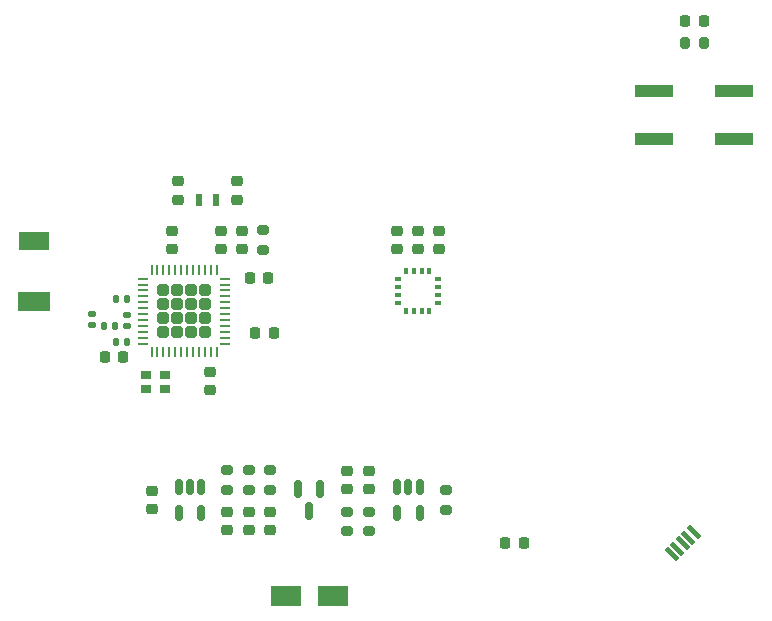
<source format=gbr>
%TF.GenerationSoftware,KiCad,Pcbnew,(6.0.4)*%
%TF.CreationDate,2022-03-21T16:24:48+00:00*%
%TF.ProjectId,Ball_Remote_Components,42616c6c-5f52-4656-9d6f-74655f436f6d,rev?*%
%TF.SameCoordinates,Original*%
%TF.FileFunction,Paste,Top*%
%TF.FilePolarity,Positive*%
%FSLAX46Y46*%
G04 Gerber Fmt 4.6, Leading zero omitted, Abs format (unit mm)*
G04 Created by KiCad (PCBNEW (6.0.4)) date 2022-03-21 16:24:48*
%MOMM*%
%LPD*%
G01*
G04 APERTURE LIST*
G04 Aperture macros list*
%AMRoundRect*
0 Rectangle with rounded corners*
0 $1 Rounding radius*
0 $2 $3 $4 $5 $6 $7 $8 $9 X,Y pos of 4 corners*
0 Add a 4 corners polygon primitive as box body*
4,1,4,$2,$3,$4,$5,$6,$7,$8,$9,$2,$3,0*
0 Add four circle primitives for the rounded corners*
1,1,$1+$1,$2,$3*
1,1,$1+$1,$4,$5*
1,1,$1+$1,$6,$7*
1,1,$1+$1,$8,$9*
0 Add four rect primitives between the rounded corners*
20,1,$1+$1,$2,$3,$4,$5,0*
20,1,$1+$1,$4,$5,$6,$7,0*
20,1,$1+$1,$6,$7,$8,$9,0*
20,1,$1+$1,$8,$9,$2,$3,0*%
%AMRotRect*
0 Rectangle, with rotation*
0 The origin of the aperture is its center*
0 $1 length*
0 $2 width*
0 $3 Rotation angle, in degrees counterclockwise*
0 Add horizontal line*
21,1,$1,$2,0,0,$3*%
G04 Aperture macros list end*
%ADD10C,0.010000*%
%ADD11RoundRect,0.200000X-0.275000X0.200000X-0.275000X-0.200000X0.275000X-0.200000X0.275000X0.200000X0*%
%ADD12RoundRect,0.225000X0.225000X0.250000X-0.225000X0.250000X-0.225000X-0.250000X0.225000X-0.250000X0*%
%ADD13RoundRect,0.218750X-0.218750X-0.256250X0.218750X-0.256250X0.218750X0.256250X-0.218750X0.256250X0*%
%ADD14R,0.900000X0.800000*%
%ADD15RoundRect,0.225000X0.250000X-0.225000X0.250000X0.225000X-0.250000X0.225000X-0.250000X-0.225000X0*%
%ADD16RoundRect,0.225000X-0.250000X0.225000X-0.250000X-0.225000X0.250000X-0.225000X0.250000X0.225000X0*%
%ADD17RoundRect,0.200000X0.275000X-0.200000X0.275000X0.200000X-0.275000X0.200000X-0.275000X-0.200000X0*%
%ADD18RoundRect,0.150000X-0.150000X0.512500X-0.150000X-0.512500X0.150000X-0.512500X0.150000X0.512500X0*%
%ADD19RotRect,1.350000X0.400000X135.000000*%
%ADD20RoundRect,0.225000X-0.225000X-0.250000X0.225000X-0.250000X0.225000X0.250000X-0.225000X0.250000X0*%
%ADD21RoundRect,0.140000X0.170000X-0.140000X0.170000X0.140000X-0.170000X0.140000X-0.170000X-0.140000X0*%
%ADD22RoundRect,0.200000X0.200000X0.275000X-0.200000X0.275000X-0.200000X-0.275000X0.200000X-0.275000X0*%
%ADD23RoundRect,0.249323X-0.249323X0.249323X-0.249323X-0.249323X0.249323X-0.249323X0.249323X0.249323X0*%
%ADD24RoundRect,0.062500X-0.062500X0.375000X-0.062500X-0.375000X0.062500X-0.375000X0.062500X0.375000X0*%
%ADD25RoundRect,0.062500X-0.375000X0.062500X-0.375000X-0.062500X0.375000X-0.062500X0.375000X0.062500X0*%
%ADD26R,3.200000X1.000000*%
%ADD27R,2.500000X1.800000*%
%ADD28RoundRect,0.150000X-0.150000X0.587500X-0.150000X-0.587500X0.150000X-0.587500X0.150000X0.587500X0*%
%ADD29RoundRect,0.147500X0.147500X0.172500X-0.147500X0.172500X-0.147500X-0.172500X0.147500X-0.172500X0*%
%ADD30RoundRect,0.140000X0.140000X0.170000X-0.140000X0.170000X-0.140000X-0.170000X0.140000X-0.170000X0*%
%ADD31RoundRect,0.100000X-0.175000X-0.100000X0.175000X-0.100000X0.175000X0.100000X-0.175000X0.100000X0*%
%ADD32RoundRect,0.100000X-0.100000X-0.175000X0.100000X-0.175000X0.100000X0.175000X-0.100000X0.175000X0*%
%ADD33R,2.600000X1.500000*%
%ADD34R,0.600000X1.100000*%
G04 APERTURE END LIST*
D10*
%TO.C,AE1*%
X112285000Y-108390000D02*
X114865000Y-108390000D01*
X114865000Y-108390000D02*
X114865000Y-106910000D01*
X114865000Y-106910000D02*
X112285000Y-106910000D01*
X112285000Y-106910000D02*
X112285000Y-108390000D01*
G36*
X112285000Y-108390000D02*
G01*
X114865000Y-108390000D01*
X114865000Y-106910000D01*
X112285000Y-106910000D01*
X112285000Y-108390000D01*
G37*
%TD*%
D11*
%TO.C,R6*%
X131800000Y-121975000D03*
X131800000Y-123625000D03*
%TD*%
D12*
%TO.C,C14*%
X121175000Y-112400000D03*
X119625000Y-112400000D03*
%TD*%
D13*
%TO.C,D3*%
X168712500Y-83900000D03*
X170287500Y-83900000D03*
%TD*%
D14*
%TO.C,Y1*%
X123075000Y-115125000D03*
X124725000Y-115125000D03*
X124725000Y-113875000D03*
X123075000Y-113875000D03*
%TD*%
D15*
%TO.C,C6*%
X129400000Y-103275000D03*
X129400000Y-101725000D03*
%TD*%
D16*
%TO.C,C1*%
X125300000Y-101725000D03*
X125300000Y-103275000D03*
%TD*%
%TO.C,C8*%
X128500000Y-113625000D03*
X128500000Y-115175000D03*
%TD*%
D17*
%TO.C,R2*%
X140100000Y-127125000D03*
X140100000Y-125475000D03*
%TD*%
D18*
%TO.C,U1*%
X146250000Y-123362500D03*
X145300000Y-123362500D03*
X144350000Y-123362500D03*
X144350000Y-125637500D03*
X146250000Y-125637500D03*
%TD*%
D17*
%TO.C,R1*%
X142000000Y-127125000D03*
X142000000Y-125475000D03*
%TD*%
D19*
%TO.C,J2*%
X167610733Y-129061711D03*
X168070352Y-128602091D03*
X168529972Y-128142472D03*
X168989591Y-127682852D03*
X169449211Y-127223233D03*
%TD*%
D13*
%TO.C,D2*%
X153512500Y-128100000D03*
X155087500Y-128100000D03*
%TD*%
D20*
%TO.C,C10*%
X132343750Y-110381250D03*
X133893750Y-110381250D03*
%TD*%
D15*
%TO.C,C5*%
X131200000Y-103275000D03*
X131200000Y-101725000D03*
%TD*%
D21*
%TO.C,C21*%
X121500000Y-109750000D03*
X121500000Y-108790000D03*
%TD*%
D15*
%TO.C,C4*%
X142000000Y-123575000D03*
X142000000Y-122025000D03*
%TD*%
D17*
%TO.C,R5*%
X133600000Y-123625000D03*
X133600000Y-121975000D03*
%TD*%
D16*
%TO.C,C17*%
X125800000Y-97525000D03*
X125800000Y-99075000D03*
%TD*%
D20*
%TO.C,C9*%
X131843750Y-105700000D03*
X133393750Y-105700000D03*
%TD*%
D11*
%TO.C,R3*%
X148500000Y-123675000D03*
X148500000Y-125325000D03*
%TD*%
D22*
%TO.C,R8*%
X170325000Y-85800000D03*
X168675000Y-85800000D03*
%TD*%
D16*
%TO.C,C16*%
X130800000Y-97525000D03*
X130800000Y-99075000D03*
%TD*%
D15*
%TO.C,C2*%
X146100000Y-103275000D03*
X146100000Y-101725000D03*
%TD*%
D23*
%TO.C,U3*%
X125718750Y-107918750D03*
X124556250Y-107918750D03*
X128043750Y-107918750D03*
X128043750Y-106756250D03*
X128043750Y-110243750D03*
X128043750Y-109081250D03*
X124556250Y-110243750D03*
X124556250Y-106756250D03*
X124556250Y-109081250D03*
X126881250Y-106756250D03*
X126881250Y-110243750D03*
X125718750Y-106756250D03*
X125718750Y-110243750D03*
X126881250Y-107918750D03*
X125718750Y-109081250D03*
X126881250Y-109081250D03*
D24*
X129050000Y-105062500D03*
X128550000Y-105062500D03*
X128050000Y-105062500D03*
X127550000Y-105062500D03*
X127050000Y-105062500D03*
X126550000Y-105062500D03*
X126050000Y-105062500D03*
X125550000Y-105062500D03*
X125050000Y-105062500D03*
X124550000Y-105062500D03*
X124050000Y-105062500D03*
X123550000Y-105062500D03*
D25*
X122862500Y-105750000D03*
X122862500Y-106250000D03*
X122862500Y-106750000D03*
X122862500Y-107250000D03*
X122862500Y-107750000D03*
X122862500Y-108250000D03*
X122862500Y-108750000D03*
X122862500Y-109250000D03*
X122862500Y-109750000D03*
X122862500Y-110250000D03*
X122862500Y-110750000D03*
X122862500Y-111250000D03*
D24*
X123550000Y-111937500D03*
X124050000Y-111937500D03*
X124550000Y-111937500D03*
X125050000Y-111937500D03*
X125550000Y-111937500D03*
X126050000Y-111937500D03*
X126550000Y-111937500D03*
X127050000Y-111937500D03*
X127550000Y-111937500D03*
X128050000Y-111937500D03*
X128550000Y-111937500D03*
X129050000Y-111937500D03*
D25*
X129737500Y-111250000D03*
X129737500Y-110750000D03*
X129737500Y-110250000D03*
X129737500Y-109750000D03*
X129737500Y-109250000D03*
X129737500Y-108750000D03*
X129737500Y-108250000D03*
X129737500Y-107750000D03*
X129737500Y-107250000D03*
X129737500Y-106750000D03*
X129737500Y-106250000D03*
X129737500Y-105750000D03*
%TD*%
D26*
%TO.C,CONNECT1*%
X172900000Y-89900000D03*
X166100000Y-89900000D03*
X172900000Y-93900000D03*
X166100000Y-93900000D03*
%TD*%
D16*
%TO.C,C12*%
X133600000Y-125525000D03*
X133600000Y-127075000D03*
%TD*%
%TO.C,C18*%
X131800000Y-125525000D03*
X131800000Y-127075000D03*
%TD*%
D27*
%TO.C,D1*%
X134900000Y-132587500D03*
X138900000Y-132587500D03*
%TD*%
D17*
%TO.C,R7*%
X129900000Y-123625000D03*
X129900000Y-121975000D03*
%TD*%
%TO.C,R4*%
X133018750Y-103306250D03*
X133018750Y-101656250D03*
%TD*%
D15*
%TO.C,C20*%
X129900000Y-127075000D03*
X129900000Y-125525000D03*
%TD*%
D18*
%TO.C,U4*%
X127750000Y-123362500D03*
X126800000Y-123362500D03*
X125850000Y-123362500D03*
X125850000Y-125637500D03*
X127750000Y-125637500D03*
%TD*%
D28*
%TO.C,Q1*%
X137850000Y-123562500D03*
X135950000Y-123562500D03*
X136900000Y-125437500D03*
%TD*%
D16*
%TO.C,C11*%
X140100000Y-122025000D03*
X140100000Y-123575000D03*
%TD*%
D29*
%TO.C,L1*%
X120485000Y-109750000D03*
X119515000Y-109750000D03*
%TD*%
D30*
%TO.C,C15*%
X121480000Y-111100000D03*
X120520000Y-111100000D03*
%TD*%
D15*
%TO.C,C3*%
X144300000Y-103275000D03*
X144300000Y-101725000D03*
%TD*%
%TO.C,C19*%
X123600000Y-125275000D03*
X123600000Y-123725000D03*
%TD*%
D31*
%TO.C,U2*%
X144400000Y-105825000D03*
X144400000Y-106475000D03*
X144400000Y-107125000D03*
X144400000Y-107775000D03*
D32*
X145125000Y-108500000D03*
X145775000Y-108500000D03*
X146425000Y-108500000D03*
X147075000Y-108500000D03*
D31*
X147800000Y-107775000D03*
X147800000Y-107125000D03*
X147800000Y-106475000D03*
X147800000Y-105825000D03*
D32*
X147075000Y-105100000D03*
X146425000Y-105100000D03*
X145775000Y-105100000D03*
X145125000Y-105100000D03*
%TD*%
D30*
%TO.C,C7*%
X121480000Y-107500000D03*
X120520000Y-107500000D03*
%TD*%
D21*
%TO.C,C22*%
X118500000Y-109720000D03*
X118500000Y-108760000D03*
%TD*%
D15*
%TO.C,C13*%
X147900000Y-103275000D03*
X147900000Y-101725000D03*
%TD*%
D33*
%TO.C,AE1*%
X113575000Y-102550000D03*
%TD*%
D34*
%TO.C,Y2*%
X129000000Y-99100000D03*
X127600000Y-99100000D03*
%TD*%
M02*

</source>
